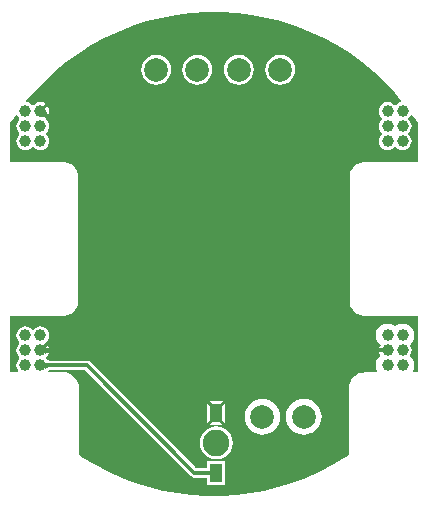
<source format=gbl>
G04*
G04 #@! TF.GenerationSoftware,Altium Limited,Altium Designer,20.1.8 (145)*
G04*
G04 Layer_Physical_Order=2*
G04 Layer_Color=16711680*
%FSTAX43Y43*%
%MOMM*%
G71*
G04*
G04 #@! TF.SameCoordinates,F7034590-6C5F-481A-A840-7F1FF93F9C38*
G04*
G04*
G04 #@! TF.FilePolarity,Positive*
G04*
G01*
G75*
%ADD18C,0.300*%
%ADD20C,1.000*%
%ADD21C,2.250*%
%ADD22C,2.000*%
%ADD23R,1.000X1.500*%
G36*
X0107365Y0117965D02*
X0108642Y0117805D01*
X0109905Y0117565D01*
X0111151Y0117246D01*
X0112375Y011685D01*
X0113572Y0116377D01*
X0114736Y0115831D01*
X0115864Y0115213D01*
X0116951Y0114525D01*
X0117992Y011377D01*
X0118985Y0112952D01*
X0119924Y0112072D01*
X0120805Y0111136D01*
X0121327Y0110508D01*
X012128Y011039D01*
X0121222Y0110382D01*
X0121038Y0110306D01*
X0120881Y0110185D01*
X0120847Y0110142D01*
X012072D01*
X0120686Y0110185D01*
X0120529Y0110306D01*
X0120346Y0110382D01*
X0120149Y0110408D01*
X0119952Y0110382D01*
X0119768Y0110306D01*
X0119611Y0110185D01*
X011949Y0110028D01*
X0119414Y0109845D01*
X0119388Y0109648D01*
X0119414Y0109451D01*
X011949Y0109267D01*
X0119611Y010911D01*
X0119655Y0109076D01*
Y0108949D01*
X0119611Y0108915D01*
X011949Y0108758D01*
X0119414Y0108575D01*
X0119388Y0108378D01*
X0119414Y0108181D01*
X011949Y0107997D01*
X0119611Y010784D01*
X0119655Y0107806D01*
Y0107679D01*
X0119611Y0107645D01*
X011949Y0107488D01*
X0119414Y0107305D01*
X0119388Y0107108D01*
X0119414Y0106911D01*
X011949Y0106727D01*
X0119611Y010657D01*
X0119768Y0106449D01*
X0119952Y0106373D01*
X0120149Y0106347D01*
X0120346Y0106373D01*
X0120529Y0106449D01*
X0120686Y010657D01*
X012072Y0106614D01*
X0120847D01*
X0120881Y010657D01*
X0121038Y0106449D01*
X0121222Y0106373D01*
X0121419Y0106347D01*
X0121616Y0106373D01*
X0121799Y0106449D01*
X0121956Y010657D01*
X0122077Y0106727D01*
X0122153Y0106911D01*
X0122179Y0107108D01*
X0122153Y0107305D01*
X0122077Y0107488D01*
X0121956Y0107645D01*
X0121912Y0107679D01*
Y0107806D01*
X0121956Y010784D01*
X0122077Y0107997D01*
X0122153Y0108181D01*
X0122179Y0108378D01*
X0122153Y0108575D01*
X0122077Y0108758D01*
X0121956Y0108915D01*
X0121912Y0108949D01*
Y0109076D01*
X0121956Y010911D01*
X0122077Y0109267D01*
X0122097Y0109314D01*
X0122223Y0109329D01*
X0122385Y0109107D01*
X012269Y0108628D01*
X012269Y0105403D01*
X01226Y0105313D01*
X0118199D01*
X0118193Y0105312D01*
X0118186Y0105313D01*
X0118088Y0105308D01*
X011807Y0105303D01*
X011805D01*
X0117858Y0105265D01*
X0117835Y0105255D01*
X011781Y010525D01*
X0117629Y0105175D01*
X0117607Y0105161D01*
X0117584Y0105151D01*
X0117421Y0105042D01*
X0117403Y0105024D01*
X0117381Y010501D01*
X0117243Y0104872D01*
X0117229Y010485D01*
X0117211Y0104832D01*
X0117102Y0104669D01*
X0117092Y0104646D01*
X0117078Y0104624D01*
X0117003Y0104443D01*
X0116998Y0104418D01*
X0116988Y0104395D01*
X011695Y0104203D01*
Y0104183D01*
X0116945Y0104165D01*
X011694Y0104067D01*
X0116941Y010406D01*
X011694Y0104054D01*
Y0093554D01*
X0116941Y0093548D01*
X011694Y0093541D01*
X0116945Y0093443D01*
X011695Y0093425D01*
Y0093405D01*
X0116988Y0093213D01*
X0116998Y009319D01*
X0117003Y0093165D01*
X0117078Y0092983D01*
X0117092Y0092962D01*
X0117102Y0092939D01*
X0117211Y0092776D01*
X0117229Y0092758D01*
X0117243Y0092736D01*
X0117381Y0092598D01*
X0117403Y0092584D01*
X0117421Y0092566D01*
X0117584Y0092457D01*
X0117607Y0092447D01*
X0117629Y0092433D01*
X011781Y0092358D01*
X0117835Y0092353D01*
X0117858Y0092343D01*
X011805Y0092305D01*
X011807D01*
X0118088Y00923D01*
X0118186Y0092295D01*
X0118193Y0092296D01*
X0118199Y0092295D01*
X012269D01*
Y0087513D01*
X0122368D01*
X0122307Y008764D01*
X0122393Y0087847D01*
X0122427Y0088108D01*
X0122393Y0088369D01*
X0122292Y0088612D01*
X0122132Y0088821D01*
X0122012Y0088913D01*
X0122077Y0088997D01*
X0122153Y0089181D01*
X0122179Y0089378D01*
X0122153Y0089575D01*
X0122077Y0089758D01*
X0122012Y0089843D01*
X0122132Y0089935D01*
X0122292Y0090143D01*
X0122393Y0090387D01*
X0122427Y0090648D01*
X0122393Y0090909D01*
X0122292Y0091152D01*
X0122132Y0091361D01*
X0121923Y0091521D01*
X012168Y0091622D01*
X0121419Y0091656D01*
X0121158Y0091622D01*
X0120914Y0091521D01*
X0120784Y0091421D01*
X0120653Y0091521D01*
X012041Y0091622D01*
X0120149Y0091656D01*
X0119888Y0091622D01*
X0119644Y0091521D01*
X0119436Y0091361D01*
X0119275Y0091152D01*
X0119174Y0090909D01*
X011914Y0090648D01*
X0119174Y0090387D01*
X0119275Y0090143D01*
X0119436Y0089935D01*
X0119555Y0089843D01*
X011949Y0089758D01*
X0119414Y0089575D01*
X0119388Y0089378D01*
X0119414Y0089181D01*
X011949Y0088997D01*
X0119555Y0088913D01*
X0119436Y0088821D01*
X0119275Y0088612D01*
X0119174Y0088369D01*
X011914Y0088108D01*
X0119174Y0087847D01*
X011926Y008764D01*
X01192Y0087513D01*
X0118149D01*
X0118143Y0087512D01*
X0118136Y0087513D01*
X0118038Y0087508D01*
X011802Y0087503D01*
X0118D01*
X0117808Y0087465D01*
X0117785Y0087455D01*
X011776Y008745D01*
X0117578Y0087375D01*
X0117557Y0087361D01*
X0117534Y0087351D01*
X0117371Y0087242D01*
X0117353Y0087224D01*
X0117331Y008721D01*
X0117193Y0087072D01*
X0117179Y008705D01*
X0117161Y0087032D01*
X0117052Y0086869D01*
X0117042Y0086846D01*
X0117028Y0086824D01*
X0116953Y0086643D01*
X0116948Y0086618D01*
X0116938Y0086595D01*
X01169Y0086403D01*
Y0086383D01*
X0116895Y0086365D01*
X011689Y0086267D01*
X0116891Y008626D01*
X011689Y0086254D01*
Y0080551D01*
X011649Y0080281D01*
X0115435Y0079651D01*
X0114345Y0079085D01*
X0113223Y0078585D01*
X0112073Y0078153D01*
X0110899Y0077792D01*
X0109706Y0077501D01*
X0108497Y0077282D01*
X0107278Y0077135D01*
X0106052Y0077063D01*
X0104823Y0077063D01*
X0103597Y0077138D01*
X0102378Y0077285D01*
X0101169Y0077505D01*
X0099976Y0077798D01*
X0098803Y0078161D01*
X0097653Y0078594D01*
X0096532Y0079095D01*
X0095442Y0079662D01*
X0094389Y0080293D01*
X0093995Y0080563D01*
X0093997Y0086262D01*
X0093995Y0086268D01*
X0093996Y0086275D01*
X0093991Y0086373D01*
X0093987Y0086391D01*
Y008641D01*
X0093948Y0086603D01*
X0093939Y0086626D01*
X0093934Y0086651D01*
X0093859Y0086832D01*
X0093845Y0086854D01*
X0093835Y0086877D01*
X0093726Y008704D01*
X0093708Y0087058D01*
X0093694Y0087079D01*
X0093555Y0087218D01*
X0093534Y0087232D01*
X0093516Y008725D01*
X0093353Y0087359D01*
X0093329Y0087369D01*
X0093308Y0087383D01*
X0093127Y0087458D01*
X0093102Y0087463D01*
X0093078Y0087473D01*
X0092886Y0087511D01*
X0092867D01*
X0092848Y0087516D01*
X009275Y0087521D01*
X0092744Y008752D01*
X0092738Y0087521D01*
X0091509D01*
X0091462Y0087568D01*
X0091437Y0087648D01*
X0091483Y0087695D01*
X0091484Y0087695D01*
X0091492Y0087696D01*
X0094546D01*
X0103504Y0078738D01*
X0103638Y0078648D01*
X0103795Y0078617D01*
X0104895D01*
Y0078025D01*
X0106403D01*
Y0080033D01*
X0104895D01*
Y0079441D01*
X0103966D01*
X0095008Y0088399D01*
X0094874Y0088488D01*
X0094717Y008852D01*
X0091492D01*
X0091484Y0088521D01*
X0091463Y0088525D01*
X0091442Y0088532D01*
X009142Y0088542D01*
X0091397Y0088554D01*
X0091372Y008857D01*
X0091346Y0088589D01*
X0091319Y0088612D01*
X0091293Y0088637D01*
X0091286Y0088645D01*
X0091242Y0088679D01*
Y0088806D01*
X0091286Y008884D01*
X0091407Y0088997D01*
X0091483Y0089181D01*
X0091489Y0089226D01*
X0091481Y0089226D01*
X0091437Y008922D01*
X0091394Y008921D01*
X0091351Y0089196D01*
X0091309Y0089178D01*
X0091267Y0089156D01*
X0091226Y008913D01*
X0091185Y00891D01*
X0091145Y0089066D01*
X0091106Y0089028D01*
Y0089555D01*
X0090839Y0089288D01*
X0090659Y0089468D01*
X0091242Y0090051D01*
Y0090076D01*
X0091286Y009011D01*
X0091407Y0090267D01*
X0091483Y0090451D01*
X0091509Y0090648D01*
X0091483Y0090845D01*
X0091407Y0091028D01*
X0091286Y0091185D01*
X0091129Y0091306D01*
X0090946Y0091382D01*
X0090749Y0091408D01*
X0090552Y0091382D01*
X0090368Y0091306D01*
X0090211Y0091185D01*
X0090177Y0091142D01*
X009005D01*
X0090016Y0091185D01*
X0089859Y0091306D01*
X0089676Y0091382D01*
X0089479Y0091408D01*
X0089282Y0091382D01*
X0089098Y0091306D01*
X0088941Y0091185D01*
X008882Y0091028D01*
X0088744Y0090845D01*
X0088718Y0090648D01*
X0088744Y0090451D01*
X008882Y0090267D01*
X0088941Y009011D01*
X0088985Y0090076D01*
Y0089949D01*
X0088941Y0089915D01*
X008882Y0089758D01*
X0088744Y0089575D01*
X0088718Y0089378D01*
X0088744Y0089181D01*
X008882Y0088997D01*
X0088941Y008884D01*
X0088985Y0088806D01*
Y0088679D01*
X0088941Y0088645D01*
X008882Y0088488D01*
X0088744Y0088305D01*
X0088718Y0088108D01*
X0088744Y0087911D01*
X008882Y0087727D01*
X0088881Y0087648D01*
X0088819Y0087521D01*
X0088197D01*
Y0092295D01*
X0092699D01*
X0092705Y0092296D01*
X0092712Y0092295D01*
X009281Y00923D01*
X0092828Y0092305D01*
X0092848D01*
X009304Y0092343D01*
X0093063Y0092353D01*
X0093088Y0092358D01*
X009327Y0092433D01*
X0093291Y0092447D01*
X0093314Y0092457D01*
X0093477Y0092566D01*
X0093495Y0092584D01*
X0093517Y0092598D01*
X0093655Y0092736D01*
X0093669Y0092758D01*
X0093687Y0092776D01*
X0093796Y0092939D01*
X0093806Y0092962D01*
X009382Y0092983D01*
X0093895Y0093165D01*
X00939Y009319D01*
X009391Y0093213D01*
X0093948Y0093405D01*
Y0093425D01*
X0093953Y0093443D01*
X0093958Y0093541D01*
X0093957Y0093548D01*
X0093958Y0093554D01*
Y0104054D01*
X0093957Y010406D01*
X0093958Y0104067D01*
X0093953Y0104165D01*
X0093948Y0104183D01*
Y0104203D01*
X009391Y0104395D01*
X00939Y0104418D01*
X0093895Y0104443D01*
X009382Y0104624D01*
X0093806Y0104646D01*
X0093796Y0104669D01*
X0093687Y0104832D01*
X0093669Y010485D01*
X0093655Y0104872D01*
X0093517Y010501D01*
X0093495Y0105024D01*
X0093477Y0105042D01*
X0093314Y0105151D01*
X0093291Y0105161D01*
X0093269Y0105175D01*
X0093088Y010525D01*
X0093063Y0105255D01*
X009304Y0105265D01*
X0092848Y0105303D01*
X0092828D01*
X009281Y0105308D01*
X0092712Y0105313D01*
X0092705Y0105312D01*
X0092699Y0105313D01*
X0088197D01*
Y0108611D01*
X0088501Y010909D01*
X0088675Y0109328D01*
X0088801Y0109313D01*
X008882Y0109267D01*
X0088941Y010911D01*
X0088985Y0109076D01*
Y0108949D01*
X0088941Y0108915D01*
X008882Y0108758D01*
X0088744Y0108575D01*
X0088718Y0108378D01*
X0088744Y0108181D01*
X008882Y0107997D01*
X0088941Y010784D01*
X0088985Y0107806D01*
Y0107679D01*
X0088941Y0107645D01*
X008882Y0107488D01*
X0088744Y0107305D01*
X0088718Y0107108D01*
X0088744Y0106911D01*
X008882Y0106727D01*
X0088941Y010657D01*
X0089098Y0106449D01*
X0089282Y0106373D01*
X0089479Y0106347D01*
X0089676Y0106373D01*
X0089859Y0106449D01*
X0090016Y010657D01*
X009005Y0106614D01*
X0090177D01*
X0090211Y010657D01*
X0090368Y0106449D01*
X0090552Y0106373D01*
X0090749Y0106347D01*
X0090946Y0106373D01*
X0091129Y0106449D01*
X0091286Y010657D01*
X0091407Y0106727D01*
X0091483Y0106911D01*
X0091509Y0107108D01*
X0091483Y0107305D01*
X0091407Y0107488D01*
X0091286Y0107645D01*
X0091242Y0107679D01*
Y0107806D01*
X0091286Y010784D01*
X0091407Y0107997D01*
X0091483Y0108181D01*
X0091509Y0108378D01*
X0091483Y0108575D01*
X0091407Y0108758D01*
X0091286Y0108915D01*
X0091242Y0108949D01*
Y0109047D01*
X0091224Y0109064D01*
X0091188Y0109091D01*
X009115Y0109113D01*
X009111Y0109131D01*
X0091068Y0109146D01*
X0091025Y0109156D01*
X0090979Y0109161D01*
X0090931Y0109163D01*
X0090881Y0109161D01*
X0090829Y0109154D01*
X0091244Y0109718D01*
X0091253Y0109662D01*
X0091278Y0109558D01*
X0091294Y010951D01*
X0091312Y0109465D01*
X0091332Y0109422D01*
X0091355Y0109382D01*
X009138Y0109345D01*
X0091407Y0109311D01*
X009142Y0109297D01*
X0091483Y0109451D01*
X0091509Y0109648D01*
X0091483Y0109845D01*
X0091407Y0110028D01*
X0091364Y0110084D01*
X0090839Y0109558D01*
X0090659Y0109738D01*
X0091185Y0110263D01*
X0091129Y0110306D01*
X0090946Y0110382D01*
X0090749Y0110408D01*
X0090552Y0110382D01*
X0090368Y0110306D01*
X0090211Y0110185D01*
X0090177Y0110142D01*
X009005D01*
X0090016Y0110185D01*
X0089859Y0110306D01*
X0089676Y0110382D01*
X0089618Y011039D01*
X0089571Y0110508D01*
X0090079Y0111121D01*
X009096Y0112058D01*
X0091898Y0112938D01*
X0092889Y0113757D01*
X009393Y0114513D01*
X0095016Y0115202D01*
X0096143Y0115822D01*
X0097307Y0116369D01*
X0098503Y0116843D01*
X0099726Y011724D01*
X0100972Y011756D01*
X0102236Y0117802D01*
X0103512Y0117963D01*
X0104795Y0118045D01*
X0106082Y0118045D01*
X0107365Y0117965D01*
D02*
G37*
G36*
X0091145Y008842D02*
X0091185Y0088386D01*
X0091226Y0088356D01*
X0091267Y008833D01*
X0091309Y0088308D01*
X0091351Y008829D01*
X0091394Y0088276D01*
X0091437Y0088266D01*
X0091481Y008826D01*
X0091526Y0088258D01*
Y0087958D01*
X0091481Y0087956D01*
X0091437Y008795D01*
X0091394Y008794D01*
X0091351Y0087926D01*
X0091309Y0087908D01*
X0091267Y0087886D01*
X0091226Y008786D01*
X0091185Y008783D01*
X0091145Y0087796D01*
X0091106Y0087758D01*
Y0088458D01*
X0091145Y008842D01*
D02*
G37*
G36*
X0105155Y0078729D02*
X0105152Y0078757D01*
X0105143Y0078783D01*
X0105128Y0078805D01*
X0105107Y0078825D01*
X0105079Y0078841D01*
X0105046Y0078855D01*
X0105007Y0078866D01*
X0104961Y0078873D01*
X010491Y0078878D01*
X0104852Y0078879D01*
Y0079179D01*
X010491Y007918D01*
X0104961Y0079185D01*
X0105007Y0079192D01*
X0105046Y0079203D01*
X0105079Y0079216D01*
X0105107Y0079233D01*
X0105128Y0079253D01*
X0105143Y0079275D01*
X0105152Y00793D01*
X0105155Y0079329D01*
Y0078729D01*
D02*
G37*
%LPC*%
G36*
X0111049Y0114419D02*
X0110722Y0114376D01*
X0110417Y0114249D01*
X0110155Y0114048D01*
X0109954Y0113786D01*
X0109827Y0113481D01*
X0109784Y0113154D01*
X0109827Y0112827D01*
X0109954Y0112522D01*
X0110155Y011226D01*
X0110417Y0112059D01*
X0110722Y0111932D01*
X0111049Y0111889D01*
X0111376Y0111932D01*
X0111681Y0112059D01*
X0111943Y011226D01*
X0112144Y0112522D01*
X0112271Y0112827D01*
X0112314Y0113154D01*
X0112271Y0113481D01*
X0112144Y0113786D01*
X0111943Y0114048D01*
X0111681Y0114249D01*
X0111376Y0114376D01*
X0111049Y0114419D01*
D02*
G37*
G36*
X0107549D02*
X0107222Y0114376D01*
X0106917Y0114249D01*
X0106655Y0114048D01*
X0106454Y0113786D01*
X0106327Y0113481D01*
X0106284Y0113154D01*
X0106327Y0112827D01*
X0106454Y0112522D01*
X0106655Y011226D01*
X0106917Y0112059D01*
X0107222Y0111932D01*
X0107549Y0111889D01*
X0107876Y0111932D01*
X0108181Y0112059D01*
X0108443Y011226D01*
X0108644Y0112522D01*
X0108771Y0112827D01*
X0108814Y0113154D01*
X0108771Y0113481D01*
X0108644Y0113786D01*
X0108443Y0114048D01*
X0108181Y0114249D01*
X0107876Y0114376D01*
X0107549Y0114419D01*
D02*
G37*
G36*
X0104049D02*
X0103722Y0114376D01*
X0103417Y0114249D01*
X0103155Y0114048D01*
X0102954Y0113786D01*
X0102827Y0113481D01*
X0102784Y0113154D01*
X0102827Y0112827D01*
X0102954Y0112522D01*
X0103155Y011226D01*
X0103417Y0112059D01*
X0103722Y0111932D01*
X0104049Y0111889D01*
X0104376Y0111932D01*
X0104681Y0112059D01*
X0104943Y011226D01*
X0105144Y0112522D01*
X0105271Y0112827D01*
X0105314Y0113154D01*
X0105271Y0113481D01*
X0105144Y0113786D01*
X0104943Y0114048D01*
X0104681Y0114249D01*
X0104376Y0114376D01*
X0104049Y0114419D01*
D02*
G37*
G36*
X0100549D02*
X0100222Y0114376D01*
X0099917Y0114249D01*
X0099655Y0114048D01*
X0099454Y0113786D01*
X0099327Y0113481D01*
X0099284Y0113154D01*
X0099327Y0112827D01*
X0099454Y0112522D01*
X0099655Y011226D01*
X0099917Y0112059D01*
X0100222Y0111932D01*
X0100549Y0111889D01*
X0100876Y0111932D01*
X0101181Y0112059D01*
X0101443Y011226D01*
X0101644Y0112522D01*
X0101771Y0112827D01*
X0101814Y0113154D01*
X0101771Y0113481D01*
X0101644Y0113786D01*
X0101443Y0114048D01*
X0101181Y0114249D01*
X0100876Y0114376D01*
X0100549Y0114419D01*
D02*
G37*
G36*
X0091364Y0089814D02*
X0091197Y0089647D01*
X0091226Y0089626D01*
X0091267Y00896D01*
X0091309Y0089578D01*
X0091351Y008956D01*
X0091394Y0089546D01*
X0091437Y0089536D01*
X0091481Y008953D01*
X0091489Y0089529D01*
X0091483Y0089575D01*
X0091407Y0089758D01*
X0091364Y0089814D01*
D02*
G37*
G36*
X0106223Y0085083D02*
X0105075D01*
X0105649Y0084509D01*
X0106223Y0085083D01*
D02*
G37*
G36*
X0106403Y0084903D02*
X0105739Y0084239D01*
X0105649Y0084329D01*
X0105559Y0084239D01*
X0104895Y0084903D01*
Y0083255D01*
X0105559Y0083919D01*
X0105649Y0083829D01*
X0105739Y0083919D01*
X0106403Y0083255D01*
Y0084903D01*
D02*
G37*
G36*
X0105649Y0083649D02*
X0105075Y0083075D01*
X0106223D01*
X0105649Y0083649D01*
D02*
G37*
G36*
X0113049Y0085261D02*
X0112755Y0085232D01*
X0112472Y0085147D01*
X0112212Y0085007D01*
X0111983Y008482D01*
X0111796Y0084591D01*
X0111656Y0084331D01*
X0111571Y0084048D01*
X0111542Y0083754D01*
X0111571Y008346D01*
X0111656Y0083177D01*
X0111796Y0082917D01*
X0111983Y0082688D01*
X0112212Y0082501D01*
X0112472Y0082361D01*
X0112755Y0082276D01*
X0113049Y0082247D01*
X0113343Y0082276D01*
X0113626Y0082361D01*
X0113886Y0082501D01*
X0114115Y0082688D01*
X0114302Y0082917D01*
X0114442Y0083177D01*
X0114527Y008346D01*
X0114556Y0083754D01*
X0114527Y0084048D01*
X0114442Y0084331D01*
X0114302Y0084591D01*
X0114115Y008482D01*
X0113886Y0085007D01*
X0113626Y0085147D01*
X0113343Y0085232D01*
X0113049Y0085261D01*
D02*
G37*
G36*
X0109549D02*
X0109255Y0085232D01*
X0108972Y0085147D01*
X0108712Y0085007D01*
X0108483Y008482D01*
X0108296Y0084591D01*
X0108156Y0084331D01*
X0108071Y0084048D01*
X0108042Y0083754D01*
X0108071Y008346D01*
X0108156Y0083177D01*
X0108296Y0082917D01*
X0108483Y0082688D01*
X0108712Y0082501D01*
X0108972Y0082361D01*
X0109255Y0082276D01*
X0109549Y0082247D01*
X0109843Y0082276D01*
X0110126Y0082361D01*
X0110386Y0082501D01*
X0110615Y0082688D01*
X0110802Y0082917D01*
X0110942Y0083177D01*
X0111027Y008346D01*
X0111056Y0083754D01*
X0111027Y0084048D01*
X0110942Y0084331D01*
X0110802Y0084591D01*
X0110615Y008482D01*
X0110386Y0085007D01*
X0110126Y0085147D01*
X0109843Y0085232D01*
X0109549Y0085261D01*
D02*
G37*
G36*
X0105649Y0082945D02*
X0105289Y0082898D01*
X0104954Y0082759D01*
X0104665Y0082538D01*
X0104444Y0082249D01*
X0104305Y0081914D01*
X0104258Y0081554D01*
X0104305Y0081194D01*
X0104444Y0080859D01*
X0104665Y008057D01*
X0104954Y0080349D01*
X0105289Y008021D01*
X0105649Y0080163D01*
X0106009Y008021D01*
X0106344Y0080349D01*
X0106633Y008057D01*
X0106854Y0080859D01*
X0106993Y0081194D01*
X010704Y0081554D01*
X0106993Y0081914D01*
X0106854Y0082249D01*
X0106633Y0082538D01*
X0106344Y0082759D01*
X0106009Y0082898D01*
X0105649Y0082945D01*
D02*
G37*
%LPD*%
D18*
X0090749Y0089378D02*
X0091774D01*
X0120142Y0089385D02*
X0120149Y0089378D01*
X0119118Y0089385D02*
X0120142D01*
X0090749Y0109648D02*
X0090855D01*
X0091449Y0109054D01*
X0094717Y0088108D02*
X0103795Y0079029D01*
X0105649D01*
X0090749Y0088108D02*
X0094717D01*
D20*
X0089479Y0109648D02*
D03*
X0090749D02*
D03*
X0089479Y0108378D02*
D03*
X0090749D02*
D03*
X0089479Y0107108D02*
D03*
X0090749D02*
D03*
X0120149Y0090648D02*
D03*
X0121419D02*
D03*
X0120149Y0089378D02*
D03*
X0121419D02*
D03*
X0120149Y0088108D02*
D03*
X0121419D02*
D03*
Y0107108D02*
D03*
X0120149D02*
D03*
X0121419Y0108378D02*
D03*
X0120149D02*
D03*
X0121419Y0109648D02*
D03*
X0120149D02*
D03*
X0090749Y0088108D02*
D03*
X0089479D02*
D03*
X0090749Y0089378D02*
D03*
X0089479D02*
D03*
X0090749Y0090648D02*
D03*
X0089479D02*
D03*
D21*
X0105649Y0081554D02*
D03*
D22*
X0100549Y0113154D02*
D03*
X0104049D02*
D03*
X0107549D02*
D03*
X0111049D02*
D03*
X0109549Y0083754D02*
D03*
X0113049D02*
D03*
D23*
X0105649Y0079029D02*
D03*
X0105649Y0084079D02*
D03*
M02*

</source>
